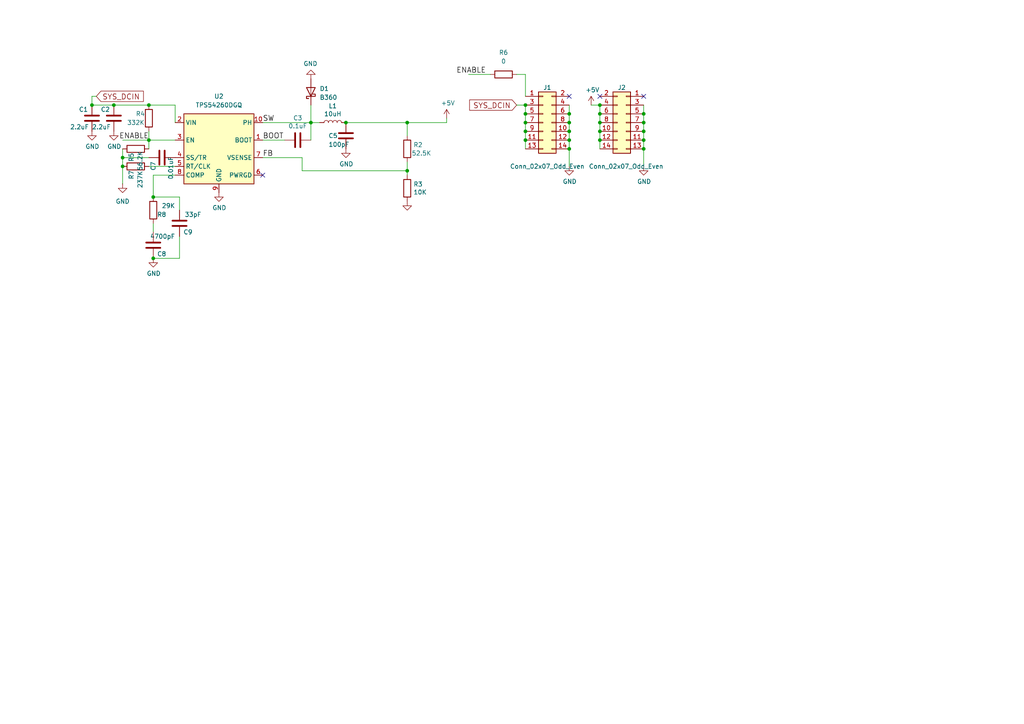
<source format=kicad_sch>
(kicad_sch (version 20231120) (generator "eeschema") (generator_version "8.0")
  (paper "A4")
  (title_block (title "powermod-tps54202-3.0") (company "Lightside Instruments AS"))
  (lib_symbols
    (symbol "Connector_Generic:Conn_02x07_Odd_Even" (pin_names (offset 1.016) hide)
      (property "Reference" "J" (at 1.27 10.16 0))
      (property "Value" "Conn_02x07_Odd_Even" (at 1.27 -10.16 0))
      (symbol "Conn_02x07_Odd_Even_1_1"
        (rectangle (start -1.27 -7.493) (end 0 -7.747) (stroke (width 0.1524)))
        (rectangle (start -1.27 -4.953) (end 0 -5.207) (stroke (width 0.1524)))
        (rectangle (start -1.27 -2.413) (end 0 -2.667) (stroke (width 0.1524)))
        (rectangle (start -1.27 0.127) (end 0 -0.127) (stroke (width 0.1524)))
        (rectangle (start -1.27 2.667) (end 0 2.413) (stroke (width 0.1524)))
        (rectangle (start -1.27 5.207) (end 0 4.953) (stroke (width 0.1524)))
        (rectangle (start -1.27 7.747) (end 0 7.493) (stroke (width 0.1524)))
        (rectangle (start -1.27 8.89) (end 3.81 -8.89) (stroke (width 0.254)) (fill (type background)))
        (rectangle (start 3.81 -7.493) (end 2.54 -7.747) (stroke (width 0.1524)))
        (rectangle (start 3.81 -4.953) (end 2.54 -5.207) (stroke (width 0.1524)))
        (rectangle (start 3.81 -2.413) (end 2.54 -2.667) (stroke (width 0.1524)))
        (rectangle (start 3.81 0.127) (end 2.54 -0.127) (stroke (width 0.1524)))
        (rectangle (start 3.81 2.667) (end 2.54 2.413) (stroke (width 0.1524)))
        (rectangle (start 3.81 5.207) (end 2.54 4.953) (stroke (width 0.1524)))
        (rectangle (start 3.81 7.747) (end 2.54 7.493) (stroke (width 0.1524)))
        (pin passive line (at -5.08 7.62 0) (length 3.81) (name "Pin_1") (number "1"))
        (pin passive line (at 7.62 -2.54 180) (length 3.81) (name "Pin_10") (number "10"))
        (pin passive line (at -5.08 -5.08 0) (length 3.81) (name "Pin_11") (number "11"))
        (pin passive line (at 7.62 -5.08 180) (length 3.81) (name "Pin_12") (number "12"))
        (pin passive line (at -5.08 -7.62 0) (length 3.81) (name "Pin_13") (number "13"))
        (pin passive line (at 7.62 -7.62 180) (length 3.81) (name "Pin_14") (number "14"))
        (pin passive line (at 7.62 7.62 180) (length 3.81) (name "Pin_2") (number "2"))
        (pin passive line (at -5.08 5.08 0) (length 3.81) (name "Pin_3") (number "3"))
        (pin passive line (at 7.62 5.08 180) (length 3.81) (name "Pin_4") (number "4"))
        (pin passive line (at -5.08 2.54 0) (length 3.81) (name "Pin_5") (number "5"))
        (pin passive line (at 7.62 2.54 180) (length 3.81) (name "Pin_6") (number "6"))
        (pin passive line (at -5.08 0 0) (length 3.81) (name "Pin_7") (number "7"))
        (pin passive line (at 7.62 0 180) (length 3.81) (name "Pin_8") (number "8"))
        (pin passive line (at -5.08 -2.54 0) (length 3.81) (name "Pin_9") (number "9"))
      )
    )
    (symbol "Device:C" (pin_numbers hide) (pin_names (offset 0.254))
      (property "Reference" "C" (at 0.635 2.54 0))
      (property "Value" "C" (at 0.635 -2.54 0))
      (symbol "C_0_1"
        (polyline (pts (xy -2.032 -0.762) (xy 2.032 -0.762)) (stroke (width 0.508)))
        (polyline (pts (xy -2.032 0.762) (xy 2.032 0.762)) (stroke (width 0.508)))
      )
      (symbol "C_1_1"
        (pin passive line (at 0 3.81 270) (length 2.794) (name "~") (number "1"))
        (pin passive line (at 0 -3.81 90) (length 2.794) (name "~") (number "2"))
      )
    )
    (symbol "Device:L" (pin_numbers hide) (pin_names (offset 1.016) hide)
      (property "Reference" "L" (at -1.27 0 90))
      (property "Value" "L" (at 1.905 0 90))
      (symbol "L_0_1"
        (arc (start 0 -2.54) (mid 0.6323 -1.905) (end 0 -1.27))
        (arc (start 0 -1.27) (mid 0.6323 -0.635) (end 0 0))
        (arc (start 0 0) (mid 0.6323 0.635) (end 0 1.27))
        (arc (start 0 1.27) (mid 0.6323 1.905) (end 0 2.54))
      )
      (symbol "L_1_1"
        (pin passive line (at 0 3.81 270) (length 1.27) (name "1") (number "1"))
        (pin passive line (at 0 -3.81 90) (length 1.27) (name "2") (number "2"))
      )
    )
    (symbol "Device:R" (pin_numbers hide) (pin_names (offset 0))
      (property "Reference" "R" (at 2.032 0 90))
      (property "Value" "R" (at 0 0 90))
      (symbol "R_0_1"
        (rectangle (start -1.016 -2.54) (end 1.016 2.54) (stroke (width 0.254)))
      )
      (symbol "R_1_1"
        (pin passive line (at 0 3.81 270) (length 1.27) (name "~") (number "1"))
        (pin passive line (at 0 -3.81 90) (length 1.27) (name "~") (number "2"))
      )
    )
    (symbol "Diode:B360" (pin_numbers hide) (pin_names (offset 1.016) hide)
      (property "Reference" "D" (at 0 2.54 0))
      (property "Value" "B360" (at 0 -2.54 0))
      (symbol "B360_0_1"
        (polyline (pts (xy 1.27 0) (xy -1.27 0)))
        (polyline (pts (xy 1.27 1.27) (xy 1.27 -1.27) (xy -1.27 0) (xy 1.27 1.27)) (stroke (width 0.254)))
        (polyline (pts (xy -1.905 0.635) (xy -1.905 1.27) (xy -1.27 1.27) (xy -1.27 -1.27) (xy -0.635 -1.27) (xy -0.635 -0.635)) (stroke (width 0.254)))
      )
      (symbol "B360_1_1"
        (pin passive line (at -3.81 0 0) (length 2.54) (name "K") (number "1"))
        (pin passive line (at 3.81 0 180) (length 2.54) (name "A") (number "2"))
      )
    )
    (symbol "GND_1" (power) (pin_numbers hide) (pin_names (offset 0) hide)
      (property "Value" "GND" (at 0 -3.81 0))
      (symbol "GND_1_0_1"
        (polyline (pts (xy 0 0) (xy 0 -1.27) (xy 1.27 -1.27) (xy 0 -2.54) (xy -1.27 -1.27) (xy 0 -1.27)))
      )
      (symbol "GND_1_1_1"
        (pin power_in line (at 0 0 270) (length 0) (name "~") (number "1"))
      )
    )
    (symbol "Regulator_Switching:TPS54260DGQ"
      (property "Reference" "U" (at -10.16 11.43 0))
      (property "Value" "TPS54260DGQ" (at 1.27 -11.43 0))
      (symbol "TPS54260DGQ_0_1"
        (rectangle (start -10.16 10.16) (end 10.16 -10.16) (stroke (width 0.254)) (fill (type background)))
      )
      (symbol "TPS54260DGQ_1_1"
        (pin output line (at 12.7 2.54 180) (length 2.54) (name "BOOT") (number "1"))
        (pin output line (at 12.7 7.62 180) (length 2.54) (name "PH") (number "10"))
        (pin power_in line (at -12.7 7.62 0) (length 2.54) (name "VIN") (number "2"))
        (pin input line (at -12.7 2.54 0) (length 2.54) (name "EN") (number "3"))
        (pin input line (at -12.7 -2.54 0) (length 2.54) (name "SS/TR") (number "4"))
        (pin input line (at -12.7 -5.08 0) (length 2.54) (name "RT/CLK") (number "5"))
        (pin open_collector line (at 12.7 -7.62 180) (length 2.54) (name "PWRGD") (number "6"))
        (pin input line (at 12.7 -2.54 180) (length 2.54) (name "VSENSE") (number "7"))
        (pin output line (at -12.7 -7.62 0) (length 2.54) (name "COMP") (number "8"))
        (pin power_in line (at 0 -12.7 90) (length 2.54) (name "GND") (number "9"))
      )
    )
    (symbol "power:+5V" (power) (pin_names (offset 0))
      (property "Value" "+5V" (at 0 3.556 0))
      (symbol "+5V_0_1"
        (polyline (pts (xy -0.762 1.27) (xy 0 2.54)))
        (polyline (pts (xy 0 0) (xy 0 2.54)))
        (polyline (pts (xy 0 2.54) (xy 0.762 1.27)))
      )
      (symbol "+5V_1_1"
        (pin power_in line (at 0 0 90) (length 0) hide (name "+5V") (number "1"))
      )
    )
    (symbol "power:GND" (power) (pin_names (offset 0))
      (property "Value" "GND" (at 0 -3.81 0))
      (symbol "GND_0_1"
        (polyline (pts (xy 0 0) (xy 0 -1.27) (xy 1.27 -1.27) (xy 0 -2.54) (xy -1.27 -1.27) (xy 0 -1.27)))
      )
      (symbol "GND_1_1"
        (pin power_in line (at 0 0 270) (length 0) hide (name "GND") (number "1"))
      )
    )
  )
  (junction (at 173.99 40.64))
  (junction (at 173.99 38.1))
  (junction (at 165.1 40.64))
  (junction (at 186.69 43.18))
  (junction (at 118.11 49.53))
  (junction (at 165.1 33.02))
  (junction (at 152.4 30.48))
  (junction (at 44.45 74.93))
  (junction (at 173.99 30.48))
  (junction (at 26.67 30.48))
  (junction (at 43.18 30.48))
  (junction (at 165.1 35.56))
  (junction (at 186.69 35.56))
  (junction (at 33.02 30.48))
  (junction (at 186.69 38.1))
  (junction (at 152.4 35.56))
  (junction (at 186.69 40.64))
  (junction (at 90.17 35.56))
  (junction (at 152.4 40.64))
  (junction (at 152.4 38.1))
  (junction (at 100.33 35.56))
  (junction (at 173.99 35.56))
  (junction (at 173.99 33.02))
  (junction (at 186.69 33.02))
  (junction (at 165.1 38.1))
  (junction (at 118.11 35.56))
  (junction (at 43.18 40.64))
  (junction (at 35.56 45.72))
  (junction (at 165.1 43.18))
  (junction (at 152.4 33.02))
  (junction (at 35.56 48.26))
  (junction (at 44.45 57.15))
  (no_connect (at 186.69 27.94))
  (no_connect (at 173.99 27.94))
  (no_connect (at 165.1 27.94))
  (no_connect (at 76.2 50.8))
  (wire (pts (xy 33.02 30.48) (xy 43.18 30.48)))
  (wire (pts (xy 50.8 50.8) (xy 44.45 50.8)))
  (wire (pts (xy 186.69 40.64) (xy 186.69 38.1)))
  (wire (pts (xy 27.94 27.94) (xy 26.67 27.94)))
  (wire (pts (xy 35.56 43.18) (xy 35.56 45.72)))
  (wire (pts (xy 173.99 35.56) (xy 173.99 38.1)))
  (wire (pts (xy 152.4 40.64) (xy 152.4 43.18)))
  (wire (pts (xy 165.1 35.56) (xy 165.1 38.1)))
  (wire (pts (xy 44.45 50.8) (xy 44.45 57.15)))
  (wire (pts (xy 152.4 27.94) (xy 152.4 21.59)))
  (wire (pts (xy 50.8 30.48) (xy 43.18 30.48)))
  (wire (pts (xy 173.99 30.48) (xy 173.99 33.02)))
  (wire (pts (xy 152.4 33.02) (xy 152.4 35.56)))
  (wire (pts (xy 186.69 30.48) (xy 186.69 33.02)))
  (wire (pts (xy 149.86 30.48) (xy 152.4 30.48)))
  (wire (pts (xy 173.99 40.64) (xy 173.99 43.18)))
  (wire (pts (xy 76.2 45.72) (xy 87.63 45.72)))
  (wire (pts (xy 43.18 38.1) (xy 43.18 40.64)))
  (wire (pts (xy 165.1 33.02) (xy 165.1 35.56)))
  (wire (pts (xy 118.11 49.53) (xy 118.11 46.99)))
  (wire (pts (xy 118.11 50.8) (xy 118.11 49.53)))
  (wire (pts (xy 152.4 35.56) (xy 152.4 38.1)))
  (wire (pts (xy 43.18 48.26) (xy 50.8 48.26)))
  (wire (pts (xy 100.33 35.56) (xy 118.11 35.56)))
  (wire (pts (xy 186.69 35.56) (xy 186.69 33.02)))
  (wire (pts (xy 44.45 64.77) (xy 44.45 67.31)))
  (wire (pts (xy 52.07 74.93) (xy 44.45 74.93)))
  (wire (pts (xy 43.18 40.64) (xy 43.18 43.18)))
  (wire (pts (xy 165.1 40.64) (xy 165.1 43.18)))
  (wire (pts (xy 90.17 40.64) (xy 90.17 35.56)))
  (wire (pts (xy 152.4 38.1) (xy 152.4 40.64)))
  (wire (pts (xy 43.18 40.64) (xy 50.8 40.64)))
  (wire (pts (xy 165.1 38.1) (xy 165.1 40.64)))
  (wire (pts (xy 92.71 35.56) (xy 90.17 35.56)))
  (wire (pts (xy 135.89 21.59) (xy 142.24 21.59)))
  (wire (pts (xy 118.11 35.56) (xy 118.11 39.37)))
  (wire (pts (xy 165.1 43.18) (xy 165.1 48.26)))
  (wire (pts (xy 87.63 49.53) (xy 87.63 45.72)))
  (wire (pts (xy 44.45 57.15) (xy 52.07 57.15)))
  (wire (pts (xy 152.4 30.48) (xy 152.4 33.02)))
  (wire (pts (xy 118.11 35.56) (xy 129.54 35.56)))
  (wire (pts (xy 52.07 57.15) (xy 52.07 60.96)))
  (wire (pts (xy 35.56 45.72) (xy 35.56 48.26)))
  (wire (pts (xy 186.69 38.1) (xy 186.69 35.56)))
  (wire (pts (xy 87.63 49.53) (xy 118.11 49.53)))
  (wire (pts (xy 186.69 43.18) (xy 186.69 48.26)))
  (wire (pts (xy 165.1 30.48) (xy 165.1 33.02)))
  (wire (pts (xy 171.45 30.48) (xy 173.99 30.48)))
  (wire (pts (xy 173.99 33.02) (xy 173.99 35.56)))
  (wire (pts (xy 26.67 27.94) (xy 26.67 30.48)))
  (wire (pts (xy 186.69 43.18) (xy 186.69 40.64)))
  (wire (pts (xy 35.56 40.64) (xy 43.18 40.64)))
  (wire (pts (xy 90.17 30.48) (xy 90.17 35.56)))
  (wire (pts (xy 35.56 45.72) (xy 43.18 45.72)))
  (wire (pts (xy 52.07 68.58) (xy 52.07 74.93)))
  (wire (pts (xy 152.4 21.59) (xy 149.86 21.59)))
  (wire (pts (xy 76.2 40.64) (xy 82.55 40.64)))
  (wire (pts (xy 129.54 35.56) (xy 129.54 34.29)))
  (wire (pts (xy 26.67 30.48) (xy 33.02 30.48)))
  (wire (pts (xy 76.2 35.56) (xy 90.17 35.56)))
  (wire (pts (xy 50.8 35.56) (xy 50.8 30.48)))
  (wire (pts (xy 173.99 38.1) (xy 173.99 40.64)))
  (wire (pts (xy 35.56 48.26) (xy 35.56 53.34)))
  (label "BOOT" (at 76.2 40.64 0) (effects (font (size 1.524 1.524))))
  (label "ENABLE" (at 140.97 21.59 180) (effects (font (size 1.524 1.524))))
  (label "SW" (at 76.2 35.56 0) (effects (font (size 1.524 1.524))))
  (label "ENABLE" (at 43.18 40.64 180) (effects (font (size 1.524 1.524))))
  (label "FB" (at 76.2 45.72 0) (effects (font (size 1.524 1.524))))
  (global_label "SYS_DCIN" (shape input) (at 27.94 27.94 0) (effects (font (size 1.524 1.524))) (property "Intersheetrefs" "${INTERSHEET_REFS}" (effects (hide yes))))
  (global_label "SYS_DCIN" (shape input) (at 149.86 30.48 180) (effects (font (size 1.524 1.524))) (property "Intersheetrefs" "${INTERSHEET_REFS}" (effects (hide yes))))
  (symbol (lib_id "power:GND") (at 26.67 38.1 0) (unit 1)
    (property "Reference" "#PWR0126" (effects (hide yes)))
    (property "Value" "GND" (at 26.797 42.4942 0))
  )
  (symbol (lib_id "Device:C") (at 26.67 34.29 0) (unit 1)
    (property "Reference" "C1" (at 22.86 31.75 0) (effects (justify left)))
    (property "Value" "2.2uF" (at 20.32 36.83 0) (effects (justify left)))
    (property "Footprint" "Capacitor_SMD:C_0603_1608Metric" (effects (hide yes)))
  )
  (symbol (lib_id "Device:L") (at 96.52 35.56 90) (unit 1)
    (property "Reference" "L1" (at 96.52 30.734 90))
    (property "Value" "10uH" (at 96.52 33.0454 90))
    (property "Footprint" "Inductor_SMD:L_Taiyo-Yuden_MD-5050" (effects (hide yes)))
  )
  (symbol (lib_id "Device:C") (at 100.33 39.37 0) (unit 1)
    (property "Reference" "C5" (at 95.25 39.37 0) (effects (justify left)))
    (property "Value" "100pF" (at 95.25 41.91 0) (effects (justify left)))
    (property "Footprint" "Capacitor_SMD:C_0805_2012Metric" (effects (hide yes)))
  )
  (symbol (lib_id "power:GND") (at 100.33 43.18 0) (unit 1)
    (property "Reference" "#PWR0140" (effects (hide yes)))
    (property "Value" "GND" (at 100.457 47.5742 0))
  )
  (symbol (lib_id "Device:R") (at 118.11 43.18 0) (unit 1)
    (property "Reference" "R2" (at 119.888 42.0116 0) (effects (justify left)))
    (property "Value" "52.5K" (at 119.38 44.45 0) (effects (justify left)))
    (property "Footprint" "Resistor_SMD:R_0402_1005Metric" (effects (hide yes)))
  )
  (symbol (lib_id "Device:R") (at 118.11 54.61 0) (unit 1)
    (property "Reference" "R3" (at 119.888 53.4416 0) (effects (justify left)))
    (property "Value" "10K" (at 119.888 55.753 0) (effects (justify left)))
    (property "Footprint" "Resistor_SMD:R_0402_1005Metric" (effects (hide yes)))
  )
  (symbol (lib_id "power:GND") (at 118.11 58.42 0) (unit 1)
    (property "Reference" "#PWR0142" (effects (hide yes)))
    (property "Value" "GND" (effects (hide yes)))
  )
  (symbol (lib_id "Device:C") (at 86.36 40.64 270) (unit 1)
    (property "Reference" "C3" (at 86.36 34.2392 90))
    (property "Value" "0.1uF" (at 86.36 36.5506 90))
    (property "Footprint" "Capacitor_SMD:C_0402_1005Metric" (effects (hide yes)))
  )
  (symbol (lib_id "power:+5V") (at 129.54 34.29 0) (unit 1)
    (property "Reference" "#PWR0144" (effects (hide yes)))
    (property "Value" "+5V" (at 129.921 29.8958 0))
  )
  (symbol (lib_id "Connector_Generic:Conn_02x07_Odd_Even") (at 157.48 35.56 0) (unit 1)
    (property "Reference" "J1" (at 158.75 25.4 0))
    (property "Value" "Conn_02x07_Odd_Even" (at 158.75 48.26 0))
    (property "Footprint" "Connector_PinHeader_2.00mm:PinHeader_2x07_P2.00mm_Vertical_SMD" (effects (hide yes)))
  )
  (symbol (lib_id "Connector_Generic:Conn_02x07_Odd_Even") (at 181.61 35.56 0) (mirror y) (unit 1)
    (property "Reference" "J2" (at 180.34 25.4 0))
    (property "Value" "Conn_02x07_Odd_Even" (at 181.61 48.26 0))
    (property "Footprint" "Connector_PinHeader_2.00mm:PinHeader_2x07_P2.00mm_Vertical_SMD" (effects (hide yes)))
  )
  (symbol (lib_id "power:GND") (at 165.1 48.26 0) (unit 1)
    (property "Reference" "#PWR0122" (effects (hide yes)))
    (property "Value" "GND" (at 165.227 52.6542 0))
  )
  (symbol (lib_id "power:GND") (at 186.69 48.26 0) (unit 1)
    (property "Reference" "#PWR0147" (effects (hide yes)))
    (property "Value" "GND" (at 186.817 52.6542 0))
  )
  (symbol (lib_id "power:+5V") (at 171.45 30.48 0) (unit 1)
    (property "Reference" "#PWR0148" (effects (hide yes)))
    (property "Value" "+5V" (at 171.831 26.0858 0))
  )
  (symbol (lib_id "Device:R") (at 43.18 34.29 0) (unit 1)
    (property "Reference" "R4" (at 39.37 33.02 0) (effects (justify left)))
    (property "Value" "332K" (at 36.83 35.56 0) (effects (justify left)))
    (property "Footprint" "Resistor_SMD:R_0402_1005Metric" (effects (hide yes)))
  )
  (symbol (lib_id "Device:R") (at 39.37 43.18 90) (unit 1)
    (property "Reference" "R5" (at 38.1 46.99 0) (effects (justify left)))
    (property "Value" "56.2K" (at 40.64 49.53 0) (effects (justify left)))
    (property "Footprint" "Resistor_SMD:R_0402_1005Metric" (effects (hide yes)))
  )
  (symbol (lib_id "Device:C") (at 33.02 34.29 0) (unit 1)
    (property "Reference" "C2" (at 29.21 31.75 0) (effects (justify left)))
    (property "Value" "2.2uF" (at 26.67 36.83 0) (effects (justify left)))
    (property "Footprint" "Capacitor_SMD:C_0402_1005Metric" (effects (hide yes)))
  )
  (symbol (lib_id "power:GND") (at 44.45 74.93 0) (unit 1)
    (property "Reference" "#PWR03" (effects (hide yes)))
    (property "Value" "GND" (at 44.577 79.3242 0))
  )
  (symbol (lib_id "Device:C") (at 44.45 71.12 180) (unit 1)
    (property "Reference" "C8" (at 48.26 73.66 0) (effects (justify left)))
    (property "Value" "4700pF" (at 50.8 68.58 0) (effects (justify left)))
    (property "Footprint" "Capacitor_SMD:C_0402_1005Metric" (effects (hide yes)))
  )
  (symbol (lib_id "Device:C") (at 52.07 64.77 180) (unit 1)
    (property "Reference" "C9" (at 55.88 67.31 0) (effects (justify left)))
    (property "Value" "33pF" (at 58.42 62.23 0) (effects (justify left)))
    (property "Footprint" "Capacitor_SMD:C_0402_1005Metric" (effects (hide yes)))
  )
  (symbol (lib_id "power:GND") (at 33.02 38.1 0) (unit 1)
    (property "Reference" "#PWR0103" (effects (hide yes)))
    (property "Value" "GND" (at 33.147 42.4942 0))
  )
  (symbol (lib_id "Device:C") (at 46.99 45.72 90) (unit 1)
    (property "Reference" "C7" (at 44.45 49.53 0) (effects (justify left)))
    (property "Value" "0.01uF" (at 49.53 52.07 0) (effects (justify left)))
    (property "Footprint" "Capacitor_SMD:C_0402_1005Metric" (effects (hide yes)))
  )
  (symbol (lib_id "Diode:B360") (at 90.17 26.67 90) (unit 1)
    (property "Reference" "D1" (at 92.71 25.7174 90) (effects (justify right)))
    (property "Value" "B360" (at 92.71 28.2574 90) (effects (justify right)))
    (property "Footprint" "Diode_SMD:D_SMC" (effects (hide yes)))
    (property "Datasheet" "http://www.jameco.com/Jameco/Products/ProdDS/1538777.pdf" (effects (hide yes)))
    (property "Description" "60V 3A Schottky Barrier Rectifier Diode, SMC" (effects (hide yes)))
  )
  (symbol (lib_id "Device:R") (at 146.05 21.59 90) (unit 1)
    (property "Reference" "R6" (at 146.05 15.24 90))
    (property "Value" "0" (at 146.05 17.78 90))
    (property "Footprint" "Resistor_SMD:R_0402_1005Metric" (effects (hide yes)))
  )
  (symbol (lib_name "GND_1") (lib_id "power:GND") (at 35.56 53.34 0) (unit 1)
    (property "Reference" "#PWR02" (effects (hide yes)))
    (property "Value" "GND" (at 35.56 58.42 0))
    (property "Description" "Power symbol creates a global label with name \"GND\" , ground" (effects (hide yes)))
  )
  (symbol (lib_id "power:GND") (at 63.5 55.88 0) (unit 1)
    (property "Reference" "#PWR01" (effects (hide yes)))
    (property "Value" "GND" (at 63.627 60.2742 0))
  )
  (symbol (lib_id "power:GND") (at 90.17 22.86 180) (unit 1)
    (property "Reference" "#PWR04" (effects (hide yes)))
    (property "Value" "GND" (at 90.043 18.4658 0))
  )
  (symbol (lib_id "Device:R") (at 39.37 48.26 90) (unit 1)
    (property "Reference" "R7" (at 38.1 52.07 0) (effects (justify left)))
    (property "Value" "237K" (at 40.64 54.61 0) (effects (justify left)))
    (property "Footprint" "Resistor_SMD:R_0402_1005Metric" (effects (hide yes)))
  )
  (symbol (lib_id "Regulator_Switching:TPS54260DGQ") (at 63.5 43.18 0) (unit 1)
    (property "Reference" "U2" (at 63.5 27.94 0))
    (property "Value" "TPS54260DGQ" (at 63.5 30.48 0))
    (property "Footprint" "Package_SO:MSOP-10-1EP_3x3mm_P0.5mm_EP2.2x3.1mm_Mask1.83x1.89mm_ThermalVias" (effects (hide yes)))
    (property "Datasheet" "https://www.ti.com/lit/ds/symlink/tps54260.pdf" (effects (hide yes)))
    (property "Description" "2.5A, Step Down DC-DC Converter with Eco-mode, 3.5-60V Input Voltage, MSOP-10" (effects (hide yes)))
  )
  (symbol (lib_id "Device:R") (at 44.45 60.96 180) (unit 1)
    (property "Reference" "R8" (at 48.26 62.23 0) (effects (justify left)))
    (property "Value" "29K" (at 50.8 59.69 0) (effects (justify left)))
    (property "Footprint" "Resistor_SMD:R_0402_1005Metric" (effects (hide yes)))
  )
)
</source>
